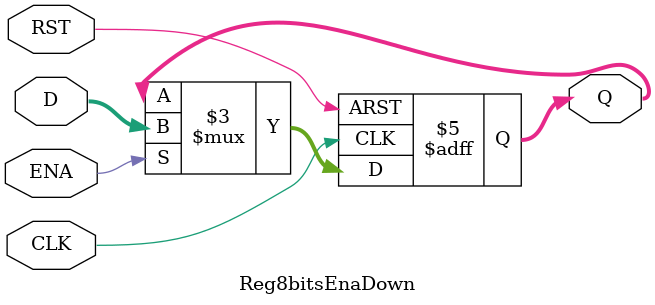
<source format=v>
`timescale 1ns / 1ps

module Reg8bitsEnaDown(CLK,RST,ENA,D,Q);
	input CLK,RST,ENA;
	input [7:0] D;
	output reg [7:0] Q;

	always @(negedge CLK or posedge RST)
		if (RST)
			Q=8'h00;
		else if (ENA)
			Q=D;
		else
			Q=Q;

endmodule

</source>
